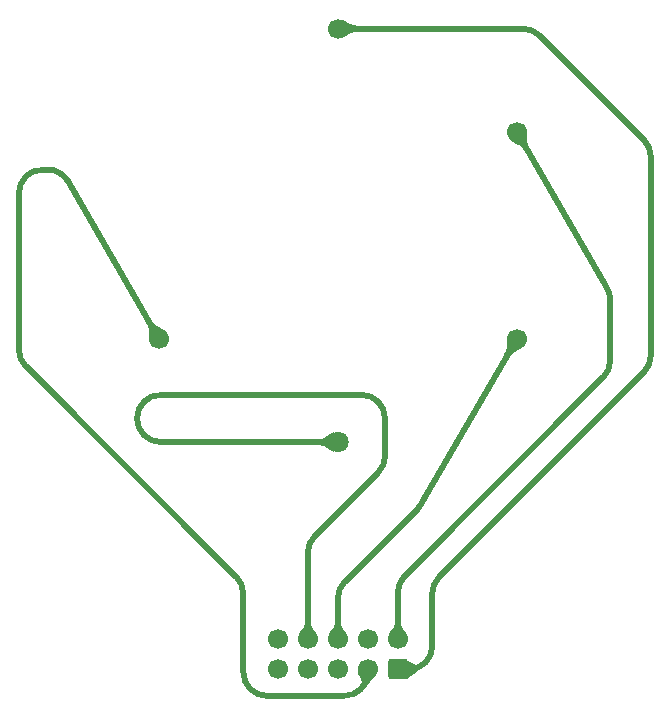
<source format=gbr>
%TF.GenerationSoftware,KiCad,Pcbnew,7.0.10-7.0.10~ubuntu20.04.1*%
%TF.CreationDate,2024-07-27T03:31:40+03:00*%
%TF.ProjectId,Prog,50726f67-2e6b-4696-9361-645f70636258,rev?*%
%TF.SameCoordinates,PX5f5e100PY5f5e100*%
%TF.FileFunction,Copper,L1,Top*%
%TF.FilePolarity,Positive*%
%FSLAX46Y46*%
G04 Gerber Fmt 4.6, Leading zero omitted, Abs format (unit mm)*
G04 Created by KiCad (PCBNEW 7.0.10-7.0.10~ubuntu20.04.1) date 2024-07-27 03:31:40*
%MOMM*%
%LPD*%
G01*
G04 APERTURE LIST*
G04 Aperture macros list*
%AMRoundRect*
0 Rectangle with rounded corners*
0 $1 Rounding radius*
0 $2 $3 $4 $5 $6 $7 $8 $9 X,Y pos of 4 corners*
0 Add a 4 corners polygon primitive as box body*
4,1,4,$2,$3,$4,$5,$6,$7,$8,$9,$2,$3,0*
0 Add four circle primitives for the rounded corners*
1,1,$1+$1,$2,$3*
1,1,$1+$1,$4,$5*
1,1,$1+$1,$6,$7*
1,1,$1+$1,$8,$9*
0 Add four rect primitives between the rounded corners*
20,1,$1+$1,$2,$3,$4,$5,0*
20,1,$1+$1,$4,$5,$6,$7,0*
20,1,$1+$1,$6,$7,$8,$9,0*
20,1,$1+$1,$8,$9,$2,$3,0*%
G04 Aperture macros list end*
%TA.AperFunction,ComponentPad*%
%ADD10C,1.700000*%
%TD*%
%TA.AperFunction,ComponentPad*%
%ADD11RoundRect,0.250000X0.600000X-0.600000X0.600000X0.600000X-0.600000X0.600000X-0.600000X-0.600000X0*%
%TD*%
%TA.AperFunction,ComponentPad*%
%ADD12C,1.800000*%
%TD*%
%TA.AperFunction,Conductor*%
%ADD13C,0.500000*%
%TD*%
G04 APERTURE END LIST*
D10*
%TO.P,J3,1,Pin_1*%
%TO.N,Net-(J3-Pin_1)*%
X15155400Y8750000D03*
%TD*%
%TO.P,J2,1,Pin_1*%
%TO.N,Net-(J2-Pin_1)*%
X0Y17500000D03*
%TD*%
%TO.P,J4,1,Pin_1*%
%TO.N,Net-(J4-Pin_1)*%
X15155400Y-8750000D03*
%TD*%
%TO.P,J5,1,Pin_1*%
%TO.N,Net-(J5-Pin_1)*%
X-15155400Y-8750000D03*
%TD*%
D11*
%TO.P,J6,1,Pin_1*%
%TO.N,Net-(J2-Pin_1)*%
X5080000Y-36752500D03*
D10*
%TO.P,J6,2,Pin_2*%
%TO.N,Net-(J3-Pin_1)*%
X5080000Y-34212500D03*
%TO.P,J6,3,Pin_3*%
%TO.N,Net-(J5-Pin_1)*%
X2540000Y-36752500D03*
%TO.P,J6,4,Pin_4*%
%TO.N,unconnected-(J6-Pin_4-Pad4)*%
X2540000Y-34212500D03*
%TO.P,J6,5,Pin_5*%
%TO.N,unconnected-(J6-Pin_5-Pad5)*%
X0Y-36752500D03*
%TO.P,J6,6,Pin_6*%
%TO.N,Net-(J4-Pin_1)*%
X0Y-34212500D03*
%TO.P,J6,7,Pin_7*%
%TO.N,unconnected-(J6-Pin_7-Pad7)*%
X-2540000Y-36752500D03*
%TO.P,J6,8,Pin_8*%
%TO.N,Net-(J1-Pin_1)*%
X-2540000Y-34212500D03*
%TO.P,J6,9,Pin_9*%
%TO.N,unconnected-(J6-Pin_9-Pad9)*%
X-5080000Y-36752500D03*
%TO.P,J6,10,Pin_10*%
%TO.N,unconnected-(J6-Pin_10-Pad10)*%
X-5080000Y-34212500D03*
%TD*%
D12*
%TO.P,J1,1,Pin_1*%
%TO.N,Net-(J1-Pin_1)*%
X0Y-17500000D03*
%TD*%
D13*
%TO.N,Net-(J1-Pin_1)*%
X-1954213Y-25454213D02*
X3414214Y-20085786D01*
X4000000Y-18671573D02*
X4000000Y-15500000D01*
X2000000Y-13500000D02*
X-15000000Y-13500000D01*
X-2540000Y-34212500D02*
X-2540000Y-26868427D01*
X-15000000Y-17500000D02*
X0Y-17500000D01*
X-17000000Y-15500000D02*
X-17000000Y-15500000D01*
X3414228Y-20085800D02*
G75*
G03*
X4000000Y-18671573I-1414228J1414200D01*
G01*
X-15000000Y-13500000D02*
G75*
G03*
X-17000000Y-15500000I0J-2000000D01*
G01*
X-1954227Y-25454199D02*
G75*
G03*
X-2540000Y-26868427I1414227J-1414201D01*
G01*
X4000000Y-15500000D02*
G75*
G03*
X2000000Y-13500000I-2000000J0D01*
G01*
X-17000000Y-15500000D02*
G75*
G03*
X-15000000Y-17500000I2000000J0D01*
G01*
%TO.N,Net-(J2-Pin_1)*%
X15671573Y17500000D02*
X0Y17500000D01*
X8585787Y-28914213D02*
X25914214Y-11585786D01*
X26500000Y-10171573D02*
X26500000Y6671573D01*
X8000000Y-34752500D02*
X8000000Y-30328427D01*
X25914213Y8085787D02*
X17085786Y16914214D01*
X5080000Y-36752500D02*
X6000000Y-36752500D01*
X17085800Y16914228D02*
G75*
G03*
X15671573Y17500000I-1414200J-1414228D01*
G01*
X25914228Y-11585800D02*
G75*
G03*
X26500000Y-10171573I-1414228J1414200D01*
G01*
X6000000Y-36752500D02*
G75*
G03*
X8000000Y-34752500I0J2000000D01*
G01*
X8585773Y-28914199D02*
G75*
G03*
X8000000Y-30328427I1414227J-1414201D01*
G01*
X26499980Y6671573D02*
G75*
G03*
X25914212Y8085786I-1999980J27D01*
G01*
%TO.N,Net-(J3-Pin_1)*%
X22791623Y-4476326D02*
X15155400Y8750000D01*
X5665787Y-28834213D02*
X22473786Y-12026214D01*
X23059572Y-10612001D02*
X23059572Y-5476326D01*
X5080000Y-34212500D02*
X5080000Y-30248427D01*
X23059562Y-5476326D02*
G75*
G03*
X22791622Y-4476326I-1999962J26D01*
G01*
X22473780Y-12026208D02*
G75*
G03*
X23059572Y-10612001I-1414180J1414208D01*
G01*
X5665773Y-28834199D02*
G75*
G03*
X5080000Y-30248427I1414227J-1414201D01*
G01*
%TO.N,Net-(J4-Pin_1)*%
X585787Y-29323121D02*
X6768270Y-23140638D01*
X7086107Y-22726425D02*
X15155400Y-8750000D01*
X0Y-34212500D02*
X0Y-30737335D01*
X6768261Y-23140629D02*
G75*
G03*
X7086107Y-22726425I-1414161J1414229D01*
G01*
X585769Y-29323103D02*
G75*
G03*
X0Y-30737335I1414231J-1414197D01*
G01*
%TO.N,Net-(J5-Pin_1)*%
X-8000000Y-37000000D02*
X-8000000Y-30328427D01*
X540000Y-39000000D02*
X-6000000Y-39000000D01*
X-25000000Y5574402D02*
X-24580298Y5574402D01*
X-27000000Y-9671573D02*
X-27000000Y3574402D01*
X-22848248Y4574402D02*
X-15155400Y-8750000D01*
X2540000Y-36752500D02*
X2540000Y-37000000D01*
X-8585787Y-28914213D02*
X-26414214Y-11085786D01*
X-8000000Y-37000000D02*
G75*
G03*
X-6000000Y-39000000I2000000J0D01*
G01*
X-8000020Y-30328427D02*
G75*
G03*
X-8585788Y-28914214I-1999980J27D01*
G01*
X-25000000Y5574400D02*
G75*
G03*
X-27000000Y3574402I0J-2000000D01*
G01*
X-22848248Y4574402D02*
G75*
G03*
X-24580298Y5574402I-1732052J-1000002D01*
G01*
X540000Y-39000000D02*
G75*
G03*
X2540000Y-37000000I0J2000000D01*
G01*
X-26999980Y-9671573D02*
G75*
G03*
X-26414213Y-11085785I1999980J-27D01*
G01*
%TD*%
%TA.AperFunction,Conductor*%
%TO.N,Net-(J1-Pin_1)*%
G36*
X-2292537Y-32515927D02*
G01*
X-2289147Y-32523276D01*
X-2261429Y-32873296D01*
X-2182875Y-33118783D01*
X-2182871Y-33118792D01*
X-2065079Y-33321343D01*
X-1919095Y-33552855D01*
X-1918492Y-33553936D01*
X-1760199Y-33876035D01*
X-1759625Y-33884971D01*
X-1765539Y-33891695D01*
X-1766210Y-33892000D01*
X-2535511Y-34211634D01*
X-2544466Y-34211643D01*
X-2544489Y-34211634D01*
X-3313790Y-33892000D01*
X-3320115Y-33885661D01*
X-3320106Y-33876706D01*
X-3319802Y-33876035D01*
X-3161510Y-33553936D01*
X-3161501Y-33553917D01*
X-3160907Y-33552855D01*
X-3014929Y-33321354D01*
X-2897129Y-33118790D01*
X-2818573Y-32873298D01*
X-2790853Y-32523276D01*
X-2786784Y-32515300D01*
X-2779190Y-32512500D01*
X-2300810Y-32512500D01*
X-2292537Y-32515927D01*
G37*
%TD.AperFunction*%
%TD*%
%TA.AperFunction,Conductor*%
%TO.N,Net-(J3-Pin_1)*%
G36*
X5327463Y-32515927D02*
G01*
X5330853Y-32523276D01*
X5358571Y-32873296D01*
X5437125Y-33118783D01*
X5437129Y-33118792D01*
X5554921Y-33321343D01*
X5700905Y-33552855D01*
X5701508Y-33553936D01*
X5859801Y-33876035D01*
X5860375Y-33884971D01*
X5854461Y-33891695D01*
X5853790Y-33892000D01*
X5084489Y-34211634D01*
X5075534Y-34211643D01*
X5075511Y-34211634D01*
X4306210Y-33892000D01*
X4299885Y-33885661D01*
X4299894Y-33876706D01*
X4300198Y-33876035D01*
X4458490Y-33553936D01*
X4458499Y-33553917D01*
X4459093Y-33552855D01*
X4605071Y-33321354D01*
X4722871Y-33118790D01*
X4801427Y-32873298D01*
X4829147Y-32523276D01*
X4833216Y-32515300D01*
X4840810Y-32512500D01*
X5319190Y-32512500D01*
X5327463Y-32515927D01*
G37*
%TD.AperFunction*%
%TD*%
%TA.AperFunction,Conductor*%
%TO.N,Net-(J4-Pin_1)*%
G36*
X247463Y-32515927D02*
G01*
X250853Y-32523276D01*
X278571Y-32873296D01*
X357125Y-33118783D01*
X357129Y-33118792D01*
X474921Y-33321343D01*
X620905Y-33552855D01*
X621508Y-33553936D01*
X779801Y-33876035D01*
X780375Y-33884971D01*
X774461Y-33891695D01*
X773790Y-33892000D01*
X4489Y-34211634D01*
X-4466Y-34211643D01*
X-4489Y-34211634D01*
X-773790Y-33892000D01*
X-780115Y-33885661D01*
X-780106Y-33876706D01*
X-779802Y-33876035D01*
X-621510Y-33553936D01*
X-621501Y-33553917D01*
X-620907Y-33552855D01*
X-474929Y-33321354D01*
X-357129Y-33118790D01*
X-278573Y-32873298D01*
X-250853Y-32523276D01*
X-246784Y-32515300D01*
X-239190Y-32512500D01*
X239190Y-32512500D01*
X247463Y-32515927D01*
G37*
%TD.AperFunction*%
%TD*%
%TA.AperFunction,Conductor*%
%TO.N,Net-(J5-Pin_1)*%
G36*
X-15775432Y-7173882D02*
G01*
X-15556381Y-7475782D01*
X-15339911Y-7645642D01*
X-15113525Y-7758552D01*
X-15113130Y-7758759D01*
X-14858753Y-7897980D01*
X-14856922Y-7899220D01*
X-14564276Y-8140773D01*
X-14560077Y-8148682D01*
X-14562701Y-8157244D01*
X-14563441Y-8158060D01*
X-15151467Y-8747425D01*
X-15159737Y-8750861D01*
X-15159762Y-8750861D01*
X-15993343Y-8750012D01*
X-16001613Y-8746577D01*
X-16005031Y-8738300D01*
X-16005026Y-8737998D01*
X-15994740Y-8408033D01*
X-15994735Y-8407902D01*
X-15981844Y-8158060D01*
X-15981783Y-8156886D01*
X-15981784Y-8156878D01*
X-15981783Y-8156872D01*
X-15995082Y-7943321D01*
X-16063183Y-7713941D01*
X-16063184Y-7713939D01*
X-16063185Y-7713935D01*
X-16209621Y-7425235D01*
X-16210308Y-7416306D01*
X-16205039Y-7409812D01*
X-15790749Y-7170621D01*
X-15781873Y-7169453D01*
X-15775432Y-7173882D01*
G37*
%TD.AperFunction*%
%TD*%
%TA.AperFunction,Conductor*%
%TO.N,Net-(J4-Pin_1)*%
G36*
X15159313Y-8752555D02*
G01*
X15160432Y-8753676D01*
X15747359Y-9341939D01*
X15750776Y-9350216D01*
X15747340Y-9358486D01*
X15746524Y-9359226D01*
X15453878Y-9600777D01*
X15452047Y-9602017D01*
X15197670Y-9741238D01*
X15197275Y-9741445D01*
X14970890Y-9854355D01*
X14970889Y-9854356D01*
X14754419Y-10024217D01*
X14754418Y-10024217D01*
X14754417Y-10024219D01*
X14535369Y-10326116D01*
X14527737Y-10330800D01*
X14520049Y-10329377D01*
X14105763Y-10090189D01*
X14100312Y-10083085D01*
X14101179Y-10074764D01*
X14247615Y-9786063D01*
X14247615Y-9786060D01*
X14247617Y-9786058D01*
X14315718Y-9556677D01*
X14329017Y-9343126D01*
X14329016Y-9343118D01*
X14329017Y-9343111D01*
X14321155Y-9190741D01*
X14316065Y-9092100D01*
X14316059Y-9091961D01*
X14305775Y-8762050D01*
X14308942Y-8753676D01*
X14317104Y-8749993D01*
X14317411Y-8749987D01*
X15151040Y-8749138D01*
X15159313Y-8752555D01*
G37*
%TD.AperFunction*%
%TD*%
%TA.AperFunction,Conductor*%
%TO.N,Net-(J5-Pin_1)*%
G36*
X2544022Y-36755130D02*
G01*
X2544040Y-36755147D01*
X3132950Y-37345431D01*
X3136367Y-37353709D01*
X3133104Y-37361801D01*
X2908866Y-37595216D01*
X2908855Y-37595228D01*
X2754849Y-37776496D01*
X2754834Y-37776515D01*
X2632153Y-37942372D01*
X2494184Y-38137514D01*
X2494024Y-38137736D01*
X2300919Y-38397768D01*
X2293236Y-38402366D01*
X2284550Y-38400185D01*
X2284404Y-38400074D01*
X1904745Y-38108752D01*
X1900267Y-38100997D01*
X1901353Y-38094337D01*
X1975539Y-37942372D01*
X2035300Y-37819955D01*
X2003886Y-37590193D01*
X1882768Y-37367029D01*
X1882587Y-37366680D01*
X1880159Y-37361801D01*
X1752220Y-37104748D01*
X1751173Y-37101564D01*
X1692402Y-36766206D01*
X1694349Y-36757466D01*
X1701906Y-36752663D01*
X1703914Y-36752487D01*
X2535747Y-36751711D01*
X2544022Y-36755130D01*
G37*
%TD.AperFunction*%
%TD*%
%TA.AperFunction,Conductor*%
%TO.N,Net-(J2-Pin_1)*%
G36*
X5784165Y-35926396D02*
G01*
X6598871Y-36393179D01*
X6603863Y-36398853D01*
X6790123Y-36848529D01*
X6790123Y-36857483D01*
X6786134Y-36862512D01*
X5864840Y-37523492D01*
X5856121Y-37525531D01*
X5849754Y-37522266D01*
X5086665Y-36760457D01*
X5083231Y-36752187D01*
X5085962Y-36744664D01*
X5769382Y-35929034D01*
X5777322Y-35924894D01*
X5784165Y-35926396D01*
G37*
%TD.AperFunction*%
%TD*%
%TA.AperFunction,Conductor*%
%TO.N,Net-(J1-Pin_1)*%
G36*
X-339940Y-16679348D02*
G01*
X-339617Y-16680058D01*
X-865Y-17495512D01*
X-856Y-17504466D01*
X-865Y-17504488D01*
X-339617Y-18319941D01*
X-345956Y-18326267D01*
X-354910Y-18326258D01*
X-355620Y-18325935D01*
X-698003Y-18156143D01*
X-699158Y-18155486D01*
X-943880Y-17997232D01*
X-1157595Y-17868310D01*
X-1157604Y-17868306D01*
X-1352123Y-17803394D01*
X-1417182Y-17781683D01*
X-1474326Y-17776953D01*
X-1789265Y-17750888D01*
X-1797227Y-17746791D01*
X-1800000Y-17739228D01*
X-1800000Y-17260771D01*
X-1796573Y-17252498D01*
X-1789267Y-17249111D01*
X-1417182Y-17218316D01*
X-1157598Y-17131690D01*
X-943865Y-17002756D01*
X-699152Y-16844507D01*
X-698010Y-16843857D01*
X-355619Y-16674063D01*
X-346686Y-16673459D01*
X-339940Y-16679348D01*
G37*
%TD.AperFunction*%
%TD*%
%TA.AperFunction,Conductor*%
%TO.N,Net-(J2-Pin_1)*%
G36*
X335793Y18280106D02*
G01*
X336464Y18279802D01*
X476437Y18211014D01*
X658573Y18121505D01*
X659647Y18120905D01*
X891144Y17974929D01*
X1093709Y17857129D01*
X1339201Y17778573D01*
X1689225Y17750854D01*
X1697200Y17746785D01*
X1700000Y17739191D01*
X1700000Y17260810D01*
X1696573Y17252537D01*
X1689224Y17249147D01*
X1339202Y17221429D01*
X1093715Y17142875D01*
X1093706Y17142871D01*
X891154Y17025079D01*
X659643Y16879095D01*
X658562Y16878492D01*
X336464Y16720199D01*
X327528Y16719625D01*
X320804Y16725539D01*
X320505Y16726196D01*
X864Y17495512D01*
X856Y17504466D01*
X865Y17504489D01*
X320499Y18273791D01*
X326838Y18280115D01*
X335793Y18280106D01*
G37*
%TD.AperFunction*%
%TD*%
%TA.AperFunction,Conductor*%
%TO.N,Net-(J3-Pin_1)*%
G36*
X15993343Y8750013D02*
G01*
X16001612Y8746578D01*
X16005030Y8738301D01*
X16005024Y8737948D01*
X15994740Y8408085D01*
X15994730Y8407847D01*
X15981780Y8156890D01*
X15981781Y8156868D01*
X15995079Y7943326D01*
X15995080Y7943322D01*
X16063183Y7713937D01*
X16209620Y7425236D01*
X16210307Y7416307D01*
X16205036Y7409811D01*
X15790750Y7170623D01*
X15781872Y7169454D01*
X15775430Y7173884D01*
X15556380Y7475783D01*
X15339909Y7645644D01*
X15339908Y7645645D01*
X15113522Y7758555D01*
X15113127Y7758762D01*
X14858750Y7897983D01*
X14856919Y7899223D01*
X14564275Y8140774D01*
X14560076Y8148683D01*
X14562700Y8157245D01*
X14563440Y8158061D01*
X14812659Y8407847D01*
X15151469Y8747428D01*
X15159733Y8750862D01*
X15993343Y8750013D01*
G37*
%TD.AperFunction*%
%TD*%
M02*

</source>
